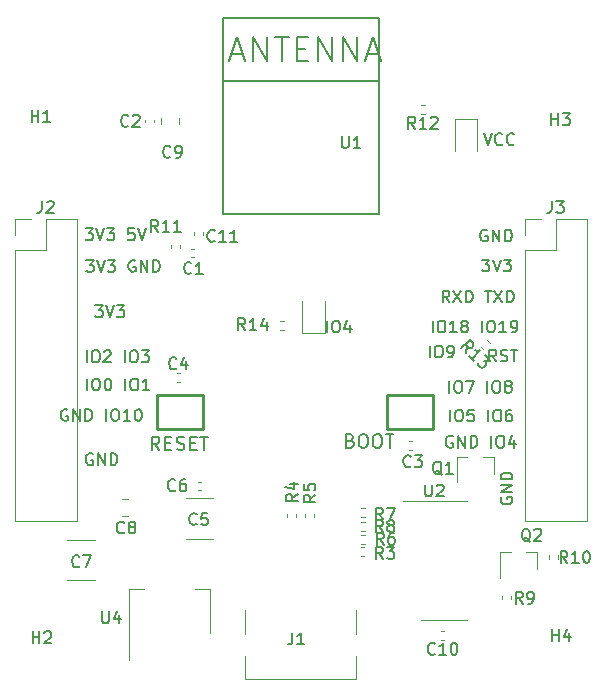
<source format=gbr>
%TF.GenerationSoftware,KiCad,Pcbnew,(5.1.12-1-10_14)*%
%TF.CreationDate,2021-12-26T14:39:33+08:00*%
%TF.ProjectId,esp32-c1_devboard,65737033-322d-4633-915f-646576626f61,rev?*%
%TF.SameCoordinates,Original*%
%TF.FileFunction,Legend,Top*%
%TF.FilePolarity,Positive*%
%FSLAX46Y46*%
G04 Gerber Fmt 4.6, Leading zero omitted, Abs format (unit mm)*
G04 Created by KiCad (PCBNEW (5.1.12-1-10_14)) date 2021-12-26 14:39:33*
%MOMM*%
%LPD*%
G01*
G04 APERTURE LIST*
%ADD10C,0.150000*%
%ADD11C,0.120000*%
%ADD12C,0.254000*%
%ADD13C,0.200000*%
%ADD14C,0.152400*%
%ADD15C,0.203200*%
G04 APERTURE END LIST*
D10*
X141960000Y-85211904D02*
X141912380Y-85307142D01*
X141912380Y-85450000D01*
X141960000Y-85592857D01*
X142055238Y-85688095D01*
X142150476Y-85735714D01*
X142340952Y-85783333D01*
X142483809Y-85783333D01*
X142674285Y-85735714D01*
X142769523Y-85688095D01*
X142864761Y-85592857D01*
X142912380Y-85450000D01*
X142912380Y-85354761D01*
X142864761Y-85211904D01*
X142817142Y-85164285D01*
X142483809Y-85164285D01*
X142483809Y-85354761D01*
X142912380Y-84735714D02*
X141912380Y-84735714D01*
X142912380Y-84164285D01*
X141912380Y-84164285D01*
X142912380Y-83688095D02*
X141912380Y-83688095D01*
X141912380Y-83450000D01*
X141960000Y-83307142D01*
X142055238Y-83211904D01*
X142150476Y-83164285D01*
X142340952Y-83116666D01*
X142483809Y-83116666D01*
X142674285Y-83164285D01*
X142769523Y-83211904D01*
X142864761Y-83307142D01*
X142912380Y-83450000D01*
X142912380Y-83688095D01*
X137849047Y-80050000D02*
X137753809Y-80002380D01*
X137610952Y-80002380D01*
X137468095Y-80050000D01*
X137372857Y-80145238D01*
X137325238Y-80240476D01*
X137277619Y-80430952D01*
X137277619Y-80573809D01*
X137325238Y-80764285D01*
X137372857Y-80859523D01*
X137468095Y-80954761D01*
X137610952Y-81002380D01*
X137706190Y-81002380D01*
X137849047Y-80954761D01*
X137896666Y-80907142D01*
X137896666Y-80573809D01*
X137706190Y-80573809D01*
X138325238Y-81002380D02*
X138325238Y-80002380D01*
X138896666Y-81002380D01*
X138896666Y-80002380D01*
X139372857Y-81002380D02*
X139372857Y-80002380D01*
X139610952Y-80002380D01*
X139753809Y-80050000D01*
X139849047Y-80145238D01*
X139896666Y-80240476D01*
X139944285Y-80430952D01*
X139944285Y-80573809D01*
X139896666Y-80764285D01*
X139849047Y-80859523D01*
X139753809Y-80954761D01*
X139610952Y-81002380D01*
X139372857Y-81002380D01*
X141134761Y-81002380D02*
X141134761Y-80002380D01*
X141801428Y-80002380D02*
X141991904Y-80002380D01*
X142087142Y-80050000D01*
X142182380Y-80145238D01*
X142230000Y-80335714D01*
X142230000Y-80669047D01*
X142182380Y-80859523D01*
X142087142Y-80954761D01*
X141991904Y-81002380D01*
X141801428Y-81002380D01*
X141706190Y-80954761D01*
X141610952Y-80859523D01*
X141563333Y-80669047D01*
X141563333Y-80335714D01*
X141610952Y-80145238D01*
X141706190Y-80050000D01*
X141801428Y-80002380D01*
X143087142Y-80335714D02*
X143087142Y-81002380D01*
X142849047Y-79954761D02*
X142610952Y-80669047D01*
X143230000Y-80669047D01*
X137630952Y-78792380D02*
X137630952Y-77792380D01*
X138297619Y-77792380D02*
X138488095Y-77792380D01*
X138583333Y-77840000D01*
X138678571Y-77935238D01*
X138726190Y-78125714D01*
X138726190Y-78459047D01*
X138678571Y-78649523D01*
X138583333Y-78744761D01*
X138488095Y-78792380D01*
X138297619Y-78792380D01*
X138202380Y-78744761D01*
X138107142Y-78649523D01*
X138059523Y-78459047D01*
X138059523Y-78125714D01*
X138107142Y-77935238D01*
X138202380Y-77840000D01*
X138297619Y-77792380D01*
X139630952Y-77792380D02*
X139154761Y-77792380D01*
X139107142Y-78268571D01*
X139154761Y-78220952D01*
X139250000Y-78173333D01*
X139488095Y-78173333D01*
X139583333Y-78220952D01*
X139630952Y-78268571D01*
X139678571Y-78363809D01*
X139678571Y-78601904D01*
X139630952Y-78697142D01*
X139583333Y-78744761D01*
X139488095Y-78792380D01*
X139250000Y-78792380D01*
X139154761Y-78744761D01*
X139107142Y-78697142D01*
X140869047Y-78792380D02*
X140869047Y-77792380D01*
X141535714Y-77792380D02*
X141726190Y-77792380D01*
X141821428Y-77840000D01*
X141916666Y-77935238D01*
X141964285Y-78125714D01*
X141964285Y-78459047D01*
X141916666Y-78649523D01*
X141821428Y-78744761D01*
X141726190Y-78792380D01*
X141535714Y-78792380D01*
X141440476Y-78744761D01*
X141345238Y-78649523D01*
X141297619Y-78459047D01*
X141297619Y-78125714D01*
X141345238Y-77935238D01*
X141440476Y-77840000D01*
X141535714Y-77792380D01*
X142821428Y-77792380D02*
X142630952Y-77792380D01*
X142535714Y-77840000D01*
X142488095Y-77887619D01*
X142392857Y-78030476D01*
X142345238Y-78220952D01*
X142345238Y-78601904D01*
X142392857Y-78697142D01*
X142440476Y-78744761D01*
X142535714Y-78792380D01*
X142726190Y-78792380D01*
X142821428Y-78744761D01*
X142869047Y-78697142D01*
X142916666Y-78601904D01*
X142916666Y-78363809D01*
X142869047Y-78268571D01*
X142821428Y-78220952D01*
X142726190Y-78173333D01*
X142535714Y-78173333D01*
X142440476Y-78220952D01*
X142392857Y-78268571D01*
X142345238Y-78363809D01*
X137560952Y-76352380D02*
X137560952Y-75352380D01*
X138227619Y-75352380D02*
X138418095Y-75352380D01*
X138513333Y-75400000D01*
X138608571Y-75495238D01*
X138656190Y-75685714D01*
X138656190Y-76019047D01*
X138608571Y-76209523D01*
X138513333Y-76304761D01*
X138418095Y-76352380D01*
X138227619Y-76352380D01*
X138132380Y-76304761D01*
X138037142Y-76209523D01*
X137989523Y-76019047D01*
X137989523Y-75685714D01*
X138037142Y-75495238D01*
X138132380Y-75400000D01*
X138227619Y-75352380D01*
X138989523Y-75352380D02*
X139656190Y-75352380D01*
X139227619Y-76352380D01*
X140799047Y-76352380D02*
X140799047Y-75352380D01*
X141465714Y-75352380D02*
X141656190Y-75352380D01*
X141751428Y-75400000D01*
X141846666Y-75495238D01*
X141894285Y-75685714D01*
X141894285Y-76019047D01*
X141846666Y-76209523D01*
X141751428Y-76304761D01*
X141656190Y-76352380D01*
X141465714Y-76352380D01*
X141370476Y-76304761D01*
X141275238Y-76209523D01*
X141227619Y-76019047D01*
X141227619Y-75685714D01*
X141275238Y-75495238D01*
X141370476Y-75400000D01*
X141465714Y-75352380D01*
X142465714Y-75780952D02*
X142370476Y-75733333D01*
X142322857Y-75685714D01*
X142275238Y-75590476D01*
X142275238Y-75542857D01*
X142322857Y-75447619D01*
X142370476Y-75400000D01*
X142465714Y-75352380D01*
X142656190Y-75352380D01*
X142751428Y-75400000D01*
X142799047Y-75447619D01*
X142846666Y-75542857D01*
X142846666Y-75590476D01*
X142799047Y-75685714D01*
X142751428Y-75733333D01*
X142656190Y-75780952D01*
X142465714Y-75780952D01*
X142370476Y-75828571D01*
X142322857Y-75876190D01*
X142275238Y-75971428D01*
X142275238Y-76161904D01*
X142322857Y-76257142D01*
X142370476Y-76304761D01*
X142465714Y-76352380D01*
X142656190Y-76352380D01*
X142751428Y-76304761D01*
X142799047Y-76257142D01*
X142846666Y-76161904D01*
X142846666Y-75971428D01*
X142799047Y-75876190D01*
X142751428Y-75828571D01*
X142656190Y-75780952D01*
X141532380Y-73702380D02*
X141199047Y-73226190D01*
X140960952Y-73702380D02*
X140960952Y-72702380D01*
X141341904Y-72702380D01*
X141437142Y-72750000D01*
X141484761Y-72797619D01*
X141532380Y-72892857D01*
X141532380Y-73035714D01*
X141484761Y-73130952D01*
X141437142Y-73178571D01*
X141341904Y-73226190D01*
X140960952Y-73226190D01*
X141913333Y-73654761D02*
X142056190Y-73702380D01*
X142294285Y-73702380D01*
X142389523Y-73654761D01*
X142437142Y-73607142D01*
X142484761Y-73511904D01*
X142484761Y-73416666D01*
X142437142Y-73321428D01*
X142389523Y-73273809D01*
X142294285Y-73226190D01*
X142103809Y-73178571D01*
X142008571Y-73130952D01*
X141960952Y-73083333D01*
X141913333Y-72988095D01*
X141913333Y-72892857D01*
X141960952Y-72797619D01*
X142008571Y-72750000D01*
X142103809Y-72702380D01*
X142341904Y-72702380D01*
X142484761Y-72750000D01*
X142770476Y-72702380D02*
X143341904Y-72702380D01*
X143056190Y-73702380D02*
X143056190Y-72702380D01*
X135900000Y-73362380D02*
X135900000Y-72362380D01*
X136566666Y-72362380D02*
X136757142Y-72362380D01*
X136852380Y-72410000D01*
X136947619Y-72505238D01*
X136995238Y-72695714D01*
X136995238Y-73029047D01*
X136947619Y-73219523D01*
X136852380Y-73314761D01*
X136757142Y-73362380D01*
X136566666Y-73362380D01*
X136471428Y-73314761D01*
X136376190Y-73219523D01*
X136328571Y-73029047D01*
X136328571Y-72695714D01*
X136376190Y-72505238D01*
X136471428Y-72410000D01*
X136566666Y-72362380D01*
X137471428Y-73362380D02*
X137661904Y-73362380D01*
X137757142Y-73314761D01*
X137804761Y-73267142D01*
X137900000Y-73124285D01*
X137947619Y-72933809D01*
X137947619Y-72552857D01*
X137900000Y-72457619D01*
X137852380Y-72410000D01*
X137757142Y-72362380D01*
X137566666Y-72362380D01*
X137471428Y-72410000D01*
X137423809Y-72457619D01*
X137376190Y-72552857D01*
X137376190Y-72790952D01*
X137423809Y-72886190D01*
X137471428Y-72933809D01*
X137566666Y-72981428D01*
X137757142Y-72981428D01*
X137852380Y-72933809D01*
X137900000Y-72886190D01*
X137947619Y-72790952D01*
X136148571Y-71252380D02*
X136148571Y-70252380D01*
X136815238Y-70252380D02*
X137005714Y-70252380D01*
X137100952Y-70300000D01*
X137196190Y-70395238D01*
X137243809Y-70585714D01*
X137243809Y-70919047D01*
X137196190Y-71109523D01*
X137100952Y-71204761D01*
X137005714Y-71252380D01*
X136815238Y-71252380D01*
X136720000Y-71204761D01*
X136624761Y-71109523D01*
X136577142Y-70919047D01*
X136577142Y-70585714D01*
X136624761Y-70395238D01*
X136720000Y-70300000D01*
X136815238Y-70252380D01*
X138196190Y-71252380D02*
X137624761Y-71252380D01*
X137910476Y-71252380D02*
X137910476Y-70252380D01*
X137815238Y-70395238D01*
X137720000Y-70490476D01*
X137624761Y-70538095D01*
X138767619Y-70680952D02*
X138672380Y-70633333D01*
X138624761Y-70585714D01*
X138577142Y-70490476D01*
X138577142Y-70442857D01*
X138624761Y-70347619D01*
X138672380Y-70300000D01*
X138767619Y-70252380D01*
X138958095Y-70252380D01*
X139053333Y-70300000D01*
X139100952Y-70347619D01*
X139148571Y-70442857D01*
X139148571Y-70490476D01*
X139100952Y-70585714D01*
X139053333Y-70633333D01*
X138958095Y-70680952D01*
X138767619Y-70680952D01*
X138672380Y-70728571D01*
X138624761Y-70776190D01*
X138577142Y-70871428D01*
X138577142Y-71061904D01*
X138624761Y-71157142D01*
X138672380Y-71204761D01*
X138767619Y-71252380D01*
X138958095Y-71252380D01*
X139053333Y-71204761D01*
X139100952Y-71157142D01*
X139148571Y-71061904D01*
X139148571Y-70871428D01*
X139100952Y-70776190D01*
X139053333Y-70728571D01*
X138958095Y-70680952D01*
X140339047Y-71252380D02*
X140339047Y-70252380D01*
X141005714Y-70252380D02*
X141196190Y-70252380D01*
X141291428Y-70300000D01*
X141386666Y-70395238D01*
X141434285Y-70585714D01*
X141434285Y-70919047D01*
X141386666Y-71109523D01*
X141291428Y-71204761D01*
X141196190Y-71252380D01*
X141005714Y-71252380D01*
X140910476Y-71204761D01*
X140815238Y-71109523D01*
X140767619Y-70919047D01*
X140767619Y-70585714D01*
X140815238Y-70395238D01*
X140910476Y-70300000D01*
X141005714Y-70252380D01*
X142386666Y-71252380D02*
X141815238Y-71252380D01*
X142100952Y-71252380D02*
X142100952Y-70252380D01*
X142005714Y-70395238D01*
X141910476Y-70490476D01*
X141815238Y-70538095D01*
X142862857Y-71252380D02*
X143053333Y-71252380D01*
X143148571Y-71204761D01*
X143196190Y-71157142D01*
X143291428Y-71014285D01*
X143339047Y-70823809D01*
X143339047Y-70442857D01*
X143291428Y-70347619D01*
X143243809Y-70300000D01*
X143148571Y-70252380D01*
X142958095Y-70252380D01*
X142862857Y-70300000D01*
X142815238Y-70347619D01*
X142767619Y-70442857D01*
X142767619Y-70680952D01*
X142815238Y-70776190D01*
X142862857Y-70823809D01*
X142958095Y-70871428D01*
X143148571Y-70871428D01*
X143243809Y-70823809D01*
X143291428Y-70776190D01*
X143339047Y-70680952D01*
X137585238Y-68702380D02*
X137251904Y-68226190D01*
X137013809Y-68702380D02*
X137013809Y-67702380D01*
X137394761Y-67702380D01*
X137490000Y-67750000D01*
X137537619Y-67797619D01*
X137585238Y-67892857D01*
X137585238Y-68035714D01*
X137537619Y-68130952D01*
X137490000Y-68178571D01*
X137394761Y-68226190D01*
X137013809Y-68226190D01*
X137918571Y-67702380D02*
X138585238Y-68702380D01*
X138585238Y-67702380D02*
X137918571Y-68702380D01*
X138966190Y-68702380D02*
X138966190Y-67702380D01*
X139204285Y-67702380D01*
X139347142Y-67750000D01*
X139442380Y-67845238D01*
X139490000Y-67940476D01*
X139537619Y-68130952D01*
X139537619Y-68273809D01*
X139490000Y-68464285D01*
X139442380Y-68559523D01*
X139347142Y-68654761D01*
X139204285Y-68702380D01*
X138966190Y-68702380D01*
X140585238Y-67702380D02*
X141156666Y-67702380D01*
X140870952Y-68702380D02*
X140870952Y-67702380D01*
X141394761Y-67702380D02*
X142061428Y-68702380D01*
X142061428Y-67702380D02*
X141394761Y-68702380D01*
X142442380Y-68702380D02*
X142442380Y-67702380D01*
X142680476Y-67702380D01*
X142823333Y-67750000D01*
X142918571Y-67845238D01*
X142966190Y-67940476D01*
X143013809Y-68130952D01*
X143013809Y-68273809D01*
X142966190Y-68464285D01*
X142918571Y-68559523D01*
X142823333Y-68654761D01*
X142680476Y-68702380D01*
X142442380Y-68702380D01*
X140351904Y-65082380D02*
X140970952Y-65082380D01*
X140637619Y-65463333D01*
X140780476Y-65463333D01*
X140875714Y-65510952D01*
X140923333Y-65558571D01*
X140970952Y-65653809D01*
X140970952Y-65891904D01*
X140923333Y-65987142D01*
X140875714Y-66034761D01*
X140780476Y-66082380D01*
X140494761Y-66082380D01*
X140399523Y-66034761D01*
X140351904Y-65987142D01*
X141256666Y-65082380D02*
X141590000Y-66082380D01*
X141923333Y-65082380D01*
X142161428Y-65082380D02*
X142780476Y-65082380D01*
X142447142Y-65463333D01*
X142590000Y-65463333D01*
X142685238Y-65510952D01*
X142732857Y-65558571D01*
X142780476Y-65653809D01*
X142780476Y-65891904D01*
X142732857Y-65987142D01*
X142685238Y-66034761D01*
X142590000Y-66082380D01*
X142304285Y-66082380D01*
X142209047Y-66034761D01*
X142161428Y-65987142D01*
X140768095Y-62590000D02*
X140672857Y-62542380D01*
X140530000Y-62542380D01*
X140387142Y-62590000D01*
X140291904Y-62685238D01*
X140244285Y-62780476D01*
X140196666Y-62970952D01*
X140196666Y-63113809D01*
X140244285Y-63304285D01*
X140291904Y-63399523D01*
X140387142Y-63494761D01*
X140530000Y-63542380D01*
X140625238Y-63542380D01*
X140768095Y-63494761D01*
X140815714Y-63447142D01*
X140815714Y-63113809D01*
X140625238Y-63113809D01*
X141244285Y-63542380D02*
X141244285Y-62542380D01*
X141815714Y-63542380D01*
X141815714Y-62542380D01*
X142291904Y-63542380D02*
X142291904Y-62542380D01*
X142530000Y-62542380D01*
X142672857Y-62590000D01*
X142768095Y-62685238D01*
X142815714Y-62780476D01*
X142863333Y-62970952D01*
X142863333Y-63113809D01*
X142815714Y-63304285D01*
X142768095Y-63399523D01*
X142672857Y-63494761D01*
X142530000Y-63542380D01*
X142291904Y-63542380D01*
X106786190Y-62442380D02*
X107405238Y-62442380D01*
X107071904Y-62823333D01*
X107214761Y-62823333D01*
X107310000Y-62870952D01*
X107357619Y-62918571D01*
X107405238Y-63013809D01*
X107405238Y-63251904D01*
X107357619Y-63347142D01*
X107310000Y-63394761D01*
X107214761Y-63442380D01*
X106929047Y-63442380D01*
X106833809Y-63394761D01*
X106786190Y-63347142D01*
X107690952Y-62442380D02*
X108024285Y-63442380D01*
X108357619Y-62442380D01*
X108595714Y-62442380D02*
X109214761Y-62442380D01*
X108881428Y-62823333D01*
X109024285Y-62823333D01*
X109119523Y-62870952D01*
X109167142Y-62918571D01*
X109214761Y-63013809D01*
X109214761Y-63251904D01*
X109167142Y-63347142D01*
X109119523Y-63394761D01*
X109024285Y-63442380D01*
X108738571Y-63442380D01*
X108643333Y-63394761D01*
X108595714Y-63347142D01*
X110881428Y-62442380D02*
X110405238Y-62442380D01*
X110357619Y-62918571D01*
X110405238Y-62870952D01*
X110500476Y-62823333D01*
X110738571Y-62823333D01*
X110833809Y-62870952D01*
X110881428Y-62918571D01*
X110929047Y-63013809D01*
X110929047Y-63251904D01*
X110881428Y-63347142D01*
X110833809Y-63394761D01*
X110738571Y-63442380D01*
X110500476Y-63442380D01*
X110405238Y-63394761D01*
X110357619Y-63347142D01*
X111214761Y-62442380D02*
X111548095Y-63442380D01*
X111881428Y-62442380D01*
X106827142Y-65122380D02*
X107446190Y-65122380D01*
X107112857Y-65503333D01*
X107255714Y-65503333D01*
X107350952Y-65550952D01*
X107398571Y-65598571D01*
X107446190Y-65693809D01*
X107446190Y-65931904D01*
X107398571Y-66027142D01*
X107350952Y-66074761D01*
X107255714Y-66122380D01*
X106970000Y-66122380D01*
X106874761Y-66074761D01*
X106827142Y-66027142D01*
X107731904Y-65122380D02*
X108065238Y-66122380D01*
X108398571Y-65122380D01*
X108636666Y-65122380D02*
X109255714Y-65122380D01*
X108922380Y-65503333D01*
X109065238Y-65503333D01*
X109160476Y-65550952D01*
X109208095Y-65598571D01*
X109255714Y-65693809D01*
X109255714Y-65931904D01*
X109208095Y-66027142D01*
X109160476Y-66074761D01*
X109065238Y-66122380D01*
X108779523Y-66122380D01*
X108684285Y-66074761D01*
X108636666Y-66027142D01*
X110970000Y-65170000D02*
X110874761Y-65122380D01*
X110731904Y-65122380D01*
X110589047Y-65170000D01*
X110493809Y-65265238D01*
X110446190Y-65360476D01*
X110398571Y-65550952D01*
X110398571Y-65693809D01*
X110446190Y-65884285D01*
X110493809Y-65979523D01*
X110589047Y-66074761D01*
X110731904Y-66122380D01*
X110827142Y-66122380D01*
X110970000Y-66074761D01*
X111017619Y-66027142D01*
X111017619Y-65693809D01*
X110827142Y-65693809D01*
X111446190Y-66122380D02*
X111446190Y-65122380D01*
X112017619Y-66122380D01*
X112017619Y-65122380D01*
X112493809Y-66122380D02*
X112493809Y-65122380D01*
X112731904Y-65122380D01*
X112874761Y-65170000D01*
X112970000Y-65265238D01*
X113017619Y-65360476D01*
X113065238Y-65550952D01*
X113065238Y-65693809D01*
X113017619Y-65884285D01*
X112970000Y-65979523D01*
X112874761Y-66074761D01*
X112731904Y-66122380D01*
X112493809Y-66122380D01*
X107611904Y-68962380D02*
X108230952Y-68962380D01*
X107897619Y-69343333D01*
X108040476Y-69343333D01*
X108135714Y-69390952D01*
X108183333Y-69438571D01*
X108230952Y-69533809D01*
X108230952Y-69771904D01*
X108183333Y-69867142D01*
X108135714Y-69914761D01*
X108040476Y-69962380D01*
X107754761Y-69962380D01*
X107659523Y-69914761D01*
X107611904Y-69867142D01*
X108516666Y-68962380D02*
X108850000Y-69962380D01*
X109183333Y-68962380D01*
X109421428Y-68962380D02*
X110040476Y-68962380D01*
X109707142Y-69343333D01*
X109850000Y-69343333D01*
X109945238Y-69390952D01*
X109992857Y-69438571D01*
X110040476Y-69533809D01*
X110040476Y-69771904D01*
X109992857Y-69867142D01*
X109945238Y-69914761D01*
X109850000Y-69962380D01*
X109564285Y-69962380D01*
X109469047Y-69914761D01*
X109421428Y-69867142D01*
X106860952Y-73772380D02*
X106860952Y-72772380D01*
X107527619Y-72772380D02*
X107718095Y-72772380D01*
X107813333Y-72820000D01*
X107908571Y-72915238D01*
X107956190Y-73105714D01*
X107956190Y-73439047D01*
X107908571Y-73629523D01*
X107813333Y-73724761D01*
X107718095Y-73772380D01*
X107527619Y-73772380D01*
X107432380Y-73724761D01*
X107337142Y-73629523D01*
X107289523Y-73439047D01*
X107289523Y-73105714D01*
X107337142Y-72915238D01*
X107432380Y-72820000D01*
X107527619Y-72772380D01*
X108337142Y-72867619D02*
X108384761Y-72820000D01*
X108480000Y-72772380D01*
X108718095Y-72772380D01*
X108813333Y-72820000D01*
X108860952Y-72867619D01*
X108908571Y-72962857D01*
X108908571Y-73058095D01*
X108860952Y-73200952D01*
X108289523Y-73772380D01*
X108908571Y-73772380D01*
X110099047Y-73772380D02*
X110099047Y-72772380D01*
X110765714Y-72772380D02*
X110956190Y-72772380D01*
X111051428Y-72820000D01*
X111146666Y-72915238D01*
X111194285Y-73105714D01*
X111194285Y-73439047D01*
X111146666Y-73629523D01*
X111051428Y-73724761D01*
X110956190Y-73772380D01*
X110765714Y-73772380D01*
X110670476Y-73724761D01*
X110575238Y-73629523D01*
X110527619Y-73439047D01*
X110527619Y-73105714D01*
X110575238Y-72915238D01*
X110670476Y-72820000D01*
X110765714Y-72772380D01*
X111527619Y-72772380D02*
X112146666Y-72772380D01*
X111813333Y-73153333D01*
X111956190Y-73153333D01*
X112051428Y-73200952D01*
X112099047Y-73248571D01*
X112146666Y-73343809D01*
X112146666Y-73581904D01*
X112099047Y-73677142D01*
X112051428Y-73724761D01*
X111956190Y-73772380D01*
X111670476Y-73772380D01*
X111575238Y-73724761D01*
X111527619Y-73677142D01*
X106900952Y-76162380D02*
X106900952Y-75162380D01*
X107567619Y-75162380D02*
X107758095Y-75162380D01*
X107853333Y-75210000D01*
X107948571Y-75305238D01*
X107996190Y-75495714D01*
X107996190Y-75829047D01*
X107948571Y-76019523D01*
X107853333Y-76114761D01*
X107758095Y-76162380D01*
X107567619Y-76162380D01*
X107472380Y-76114761D01*
X107377142Y-76019523D01*
X107329523Y-75829047D01*
X107329523Y-75495714D01*
X107377142Y-75305238D01*
X107472380Y-75210000D01*
X107567619Y-75162380D01*
X108615238Y-75162380D02*
X108710476Y-75162380D01*
X108805714Y-75210000D01*
X108853333Y-75257619D01*
X108900952Y-75352857D01*
X108948571Y-75543333D01*
X108948571Y-75781428D01*
X108900952Y-75971904D01*
X108853333Y-76067142D01*
X108805714Y-76114761D01*
X108710476Y-76162380D01*
X108615238Y-76162380D01*
X108520000Y-76114761D01*
X108472380Y-76067142D01*
X108424761Y-75971904D01*
X108377142Y-75781428D01*
X108377142Y-75543333D01*
X108424761Y-75352857D01*
X108472380Y-75257619D01*
X108520000Y-75210000D01*
X108615238Y-75162380D01*
X110139047Y-76162380D02*
X110139047Y-75162380D01*
X110805714Y-75162380D02*
X110996190Y-75162380D01*
X111091428Y-75210000D01*
X111186666Y-75305238D01*
X111234285Y-75495714D01*
X111234285Y-75829047D01*
X111186666Y-76019523D01*
X111091428Y-76114761D01*
X110996190Y-76162380D01*
X110805714Y-76162380D01*
X110710476Y-76114761D01*
X110615238Y-76019523D01*
X110567619Y-75829047D01*
X110567619Y-75495714D01*
X110615238Y-75305238D01*
X110710476Y-75210000D01*
X110805714Y-75162380D01*
X112186666Y-76162380D02*
X111615238Y-76162380D01*
X111900952Y-76162380D02*
X111900952Y-75162380D01*
X111805714Y-75305238D01*
X111710476Y-75400476D01*
X111615238Y-75448095D01*
X107368095Y-81530000D02*
X107272857Y-81482380D01*
X107130000Y-81482380D01*
X106987142Y-81530000D01*
X106891904Y-81625238D01*
X106844285Y-81720476D01*
X106796666Y-81910952D01*
X106796666Y-82053809D01*
X106844285Y-82244285D01*
X106891904Y-82339523D01*
X106987142Y-82434761D01*
X107130000Y-82482380D01*
X107225238Y-82482380D01*
X107368095Y-82434761D01*
X107415714Y-82387142D01*
X107415714Y-82053809D01*
X107225238Y-82053809D01*
X107844285Y-82482380D02*
X107844285Y-81482380D01*
X108415714Y-82482380D01*
X108415714Y-81482380D01*
X108891904Y-82482380D02*
X108891904Y-81482380D01*
X109130000Y-81482380D01*
X109272857Y-81530000D01*
X109368095Y-81625238D01*
X109415714Y-81720476D01*
X109463333Y-81910952D01*
X109463333Y-82053809D01*
X109415714Y-82244285D01*
X109368095Y-82339523D01*
X109272857Y-82434761D01*
X109130000Y-82482380D01*
X108891904Y-82482380D01*
X105232857Y-77790000D02*
X105137619Y-77742380D01*
X104994761Y-77742380D01*
X104851904Y-77790000D01*
X104756666Y-77885238D01*
X104709047Y-77980476D01*
X104661428Y-78170952D01*
X104661428Y-78313809D01*
X104709047Y-78504285D01*
X104756666Y-78599523D01*
X104851904Y-78694761D01*
X104994761Y-78742380D01*
X105090000Y-78742380D01*
X105232857Y-78694761D01*
X105280476Y-78647142D01*
X105280476Y-78313809D01*
X105090000Y-78313809D01*
X105709047Y-78742380D02*
X105709047Y-77742380D01*
X106280476Y-78742380D01*
X106280476Y-77742380D01*
X106756666Y-78742380D02*
X106756666Y-77742380D01*
X106994761Y-77742380D01*
X107137619Y-77790000D01*
X107232857Y-77885238D01*
X107280476Y-77980476D01*
X107328095Y-78170952D01*
X107328095Y-78313809D01*
X107280476Y-78504285D01*
X107232857Y-78599523D01*
X107137619Y-78694761D01*
X106994761Y-78742380D01*
X106756666Y-78742380D01*
X108518571Y-78742380D02*
X108518571Y-77742380D01*
X109185238Y-77742380D02*
X109375714Y-77742380D01*
X109470952Y-77790000D01*
X109566190Y-77885238D01*
X109613809Y-78075714D01*
X109613809Y-78409047D01*
X109566190Y-78599523D01*
X109470952Y-78694761D01*
X109375714Y-78742380D01*
X109185238Y-78742380D01*
X109090000Y-78694761D01*
X108994761Y-78599523D01*
X108947142Y-78409047D01*
X108947142Y-78075714D01*
X108994761Y-77885238D01*
X109090000Y-77790000D01*
X109185238Y-77742380D01*
X110566190Y-78742380D02*
X109994761Y-78742380D01*
X110280476Y-78742380D02*
X110280476Y-77742380D01*
X110185238Y-77885238D01*
X110090000Y-77980476D01*
X109994761Y-78028095D01*
X111185238Y-77742380D02*
X111280476Y-77742380D01*
X111375714Y-77790000D01*
X111423333Y-77837619D01*
X111470952Y-77932857D01*
X111518571Y-78123333D01*
X111518571Y-78361428D01*
X111470952Y-78551904D01*
X111423333Y-78647142D01*
X111375714Y-78694761D01*
X111280476Y-78742380D01*
X111185238Y-78742380D01*
X111090000Y-78694761D01*
X111042380Y-78647142D01*
X110994761Y-78551904D01*
X110947142Y-78361428D01*
X110947142Y-78123333D01*
X110994761Y-77932857D01*
X111042380Y-77837619D01*
X111090000Y-77790000D01*
X111185238Y-77742380D01*
D11*
%TO.C,R14*%
X123226359Y-70270000D02*
X123533641Y-70270000D01*
X123226359Y-71030000D02*
X123533641Y-71030000D01*
%TO.C,R12*%
X135473641Y-52760000D02*
X135166359Y-52760000D01*
X135473641Y-52000000D02*
X135166359Y-52000000D01*
%TO.C,IO4*%
X125130000Y-68620000D02*
X125130000Y-71305000D01*
X125130000Y-71305000D02*
X127050000Y-71305000D01*
X127050000Y-71305000D02*
X127050000Y-68620000D01*
%TO.C,VCC*%
X139950000Y-55860000D02*
X139950000Y-53175000D01*
X139950000Y-53175000D02*
X138030000Y-53175000D01*
X138030000Y-53175000D02*
X138030000Y-55860000D01*
%TO.C,C7*%
X107541252Y-88810000D02*
X105218748Y-88810000D01*
X107541252Y-92230000D02*
X105218748Y-92230000D01*
%TO.C,C5*%
X117601252Y-85290000D02*
X115278748Y-85290000D01*
X117601252Y-88710000D02*
X115278748Y-88710000D01*
D12*
%TO.C,RESET*%
X113914274Y-79459992D02*
X115614296Y-79459992D01*
X112820042Y-79449832D02*
X112820042Y-76549914D01*
X116719958Y-79449832D02*
X112820042Y-79449832D01*
X116719958Y-76549914D02*
X116719958Y-79449832D01*
X112820042Y-76549914D02*
X116719958Y-76549914D01*
%TO.C,BOOT*%
X133384274Y-79459992D02*
X135084296Y-79459992D01*
X132290042Y-79449832D02*
X132290042Y-76549914D01*
X136189958Y-79449832D02*
X132290042Y-79449832D01*
X136189958Y-76549914D02*
X136189958Y-79449832D01*
X132290042Y-76549914D02*
X136189958Y-76549914D01*
D11*
%TO.C,J3*%
X143990000Y-87190000D02*
X149190000Y-87190000D01*
X143990000Y-64270000D02*
X143990000Y-87190000D01*
X149190000Y-61670000D02*
X149190000Y-87190000D01*
X143990000Y-64270000D02*
X146590000Y-64270000D01*
X146590000Y-64270000D02*
X146590000Y-61670000D01*
X146590000Y-61670000D02*
X149190000Y-61670000D01*
X143990000Y-63000000D02*
X143990000Y-61670000D01*
X143990000Y-61670000D02*
X145320000Y-61670000D01*
%TO.C,J2*%
X100810000Y-87190000D02*
X106010000Y-87190000D01*
X100810000Y-64270000D02*
X100810000Y-87190000D01*
X106010000Y-61670000D02*
X106010000Y-87190000D01*
X100810000Y-64270000D02*
X103410000Y-64270000D01*
X103410000Y-64270000D02*
X103410000Y-61670000D01*
X103410000Y-61670000D02*
X106010000Y-61670000D01*
X100810000Y-63000000D02*
X100810000Y-61670000D01*
X100810000Y-61670000D02*
X102140000Y-61670000D01*
%TO.C,U4*%
X110450000Y-98960000D02*
X110450000Y-92950000D01*
X117270000Y-96710000D02*
X117270000Y-92950000D01*
X110450000Y-92950000D02*
X111710000Y-92950000D01*
X117270000Y-92950000D02*
X116010000Y-92950000D01*
%TO.C,U2*%
X137120000Y-85520000D02*
X133670000Y-85520000D01*
X137120000Y-85520000D02*
X139070000Y-85520000D01*
X137120000Y-95640000D02*
X135170000Y-95640000D01*
X137120000Y-95640000D02*
X139070000Y-95640000D01*
D13*
%TO.C,U1*%
X131600012Y-61199989D02*
X131600012Y-44599997D01*
X118399988Y-61199989D02*
X118399988Y-44599997D01*
X131600012Y-44599997D02*
X118399988Y-44599997D01*
X118399988Y-50000011D02*
X131600012Y-50000011D01*
X118399988Y-61199989D02*
X131600012Y-61199989D01*
D11*
%TO.C,R13*%
X140977341Y-72149940D02*
X140760060Y-71932659D01*
X140439940Y-72687341D02*
X140222659Y-72470060D01*
%TO.C,R11*%
X114750000Y-64143641D02*
X114750000Y-63836359D01*
X113990000Y-64143641D02*
X113990000Y-63836359D01*
%TO.C,R10*%
X146030000Y-90126359D02*
X146030000Y-90433641D01*
X146790000Y-90126359D02*
X146790000Y-90433641D01*
%TO.C,R9*%
X142050000Y-93526359D02*
X142050000Y-93833641D01*
X142810000Y-93526359D02*
X142810000Y-93833641D01*
%TO.C,R8*%
X130413641Y-87290000D02*
X130106359Y-87290000D01*
X130413641Y-88050000D02*
X130106359Y-88050000D01*
%TO.C,R7*%
X130393641Y-86130000D02*
X130086359Y-86130000D01*
X130393641Y-86890000D02*
X130086359Y-86890000D01*
%TO.C,R6*%
X130086359Y-89150000D02*
X130393641Y-89150000D01*
X130086359Y-88390000D02*
X130393641Y-88390000D01*
%TO.C,R5*%
X126130000Y-86903641D02*
X126130000Y-86596359D01*
X125370000Y-86903641D02*
X125370000Y-86596359D01*
%TO.C,R4*%
X124630000Y-86903641D02*
X124630000Y-86596359D01*
X123870000Y-86903641D02*
X123870000Y-86596359D01*
%TO.C,R3*%
X130066359Y-90190000D02*
X130373641Y-90190000D01*
X130066359Y-89430000D02*
X130373641Y-89430000D01*
%TO.C,Q2*%
X144990000Y-89850000D02*
X144990000Y-91310000D01*
X141830000Y-89850000D02*
X141830000Y-92010000D01*
X141830000Y-89850000D02*
X142760000Y-89850000D01*
X144990000Y-89850000D02*
X144060000Y-89850000D01*
%TO.C,Q1*%
X141340000Y-81790000D02*
X141340000Y-83250000D01*
X138180000Y-81790000D02*
X138180000Y-83950000D01*
X138180000Y-81790000D02*
X139110000Y-81790000D01*
X141340000Y-81790000D02*
X140410000Y-81790000D01*
%TO.C,J1*%
X120300000Y-98670000D02*
X120300000Y-100570000D01*
X120300000Y-94770000D02*
X120300000Y-96770000D01*
X129700000Y-98670000D02*
X129700000Y-100570000D01*
X129700000Y-94770000D02*
X129700000Y-96770000D01*
X120300000Y-100570000D02*
X129700000Y-100570000D01*
%TO.C,C11*%
X115970000Y-62752164D02*
X115970000Y-62967836D01*
X116690000Y-62752164D02*
X116690000Y-62967836D01*
%TO.C,C10*%
X137097836Y-96560000D02*
X136882164Y-96560000D01*
X137097836Y-97280000D02*
X136882164Y-97280000D01*
%TO.C,C9*%
X114655000Y-53601252D02*
X114655000Y-53078748D01*
X113185000Y-53601252D02*
X113185000Y-53078748D01*
%TO.C,C8*%
X109828748Y-86815000D02*
X110351252Y-86815000D01*
X109828748Y-85345000D02*
X110351252Y-85345000D01*
%TO.C,C6*%
X116527836Y-83910000D02*
X116312164Y-83910000D01*
X116527836Y-84630000D02*
X116312164Y-84630000D01*
%TO.C,C4*%
X114512164Y-75440000D02*
X114727836Y-75440000D01*
X114512164Y-74720000D02*
X114727836Y-74720000D01*
%TO.C,C3*%
X134192164Y-81180000D02*
X134407836Y-81180000D01*
X134192164Y-80460000D02*
X134407836Y-80460000D01*
%TO.C,C2*%
X112560000Y-53457836D02*
X112560000Y-53242164D01*
X111840000Y-53457836D02*
X111840000Y-53242164D01*
%TO.C,C1*%
X115702164Y-64890000D02*
X115917836Y-64890000D01*
X115702164Y-64170000D02*
X115917836Y-64170000D01*
%TO.C,R14*%
D10*
X120287142Y-71042380D02*
X119953809Y-70566190D01*
X119715714Y-71042380D02*
X119715714Y-70042380D01*
X120096666Y-70042380D01*
X120191904Y-70090000D01*
X120239523Y-70137619D01*
X120287142Y-70232857D01*
X120287142Y-70375714D01*
X120239523Y-70470952D01*
X120191904Y-70518571D01*
X120096666Y-70566190D01*
X119715714Y-70566190D01*
X121239523Y-71042380D02*
X120668095Y-71042380D01*
X120953809Y-71042380D02*
X120953809Y-70042380D01*
X120858571Y-70185238D01*
X120763333Y-70280476D01*
X120668095Y-70328095D01*
X122096666Y-70375714D02*
X122096666Y-71042380D01*
X121858571Y-69994761D02*
X121620476Y-70709047D01*
X122239523Y-70709047D01*
%TO.C,R12*%
X134677142Y-54002380D02*
X134343809Y-53526190D01*
X134105714Y-54002380D02*
X134105714Y-53002380D01*
X134486666Y-53002380D01*
X134581904Y-53050000D01*
X134629523Y-53097619D01*
X134677142Y-53192857D01*
X134677142Y-53335714D01*
X134629523Y-53430952D01*
X134581904Y-53478571D01*
X134486666Y-53526190D01*
X134105714Y-53526190D01*
X135629523Y-54002380D02*
X135058095Y-54002380D01*
X135343809Y-54002380D02*
X135343809Y-53002380D01*
X135248571Y-53145238D01*
X135153333Y-53240476D01*
X135058095Y-53288095D01*
X136010476Y-53097619D02*
X136058095Y-53050000D01*
X136153333Y-53002380D01*
X136391428Y-53002380D01*
X136486666Y-53050000D01*
X136534285Y-53097619D01*
X136581904Y-53192857D01*
X136581904Y-53288095D01*
X136534285Y-53430952D01*
X135962857Y-54002380D01*
X136581904Y-54002380D01*
%TO.C,IO4*%
X127210000Y-71252380D02*
X127210000Y-70252380D01*
X127876666Y-70252380D02*
X128067142Y-70252380D01*
X128162380Y-70300000D01*
X128257619Y-70395238D01*
X128305238Y-70585714D01*
X128305238Y-70919047D01*
X128257619Y-71109523D01*
X128162380Y-71204761D01*
X128067142Y-71252380D01*
X127876666Y-71252380D01*
X127781428Y-71204761D01*
X127686190Y-71109523D01*
X127638571Y-70919047D01*
X127638571Y-70585714D01*
X127686190Y-70395238D01*
X127781428Y-70300000D01*
X127876666Y-70252380D01*
X129162380Y-70585714D02*
X129162380Y-71252380D01*
X128924285Y-70204761D02*
X128686190Y-70919047D01*
X129305238Y-70919047D01*
%TO.C,VCC*%
X140476666Y-54392380D02*
X140810000Y-55392380D01*
X141143333Y-54392380D01*
X142048095Y-55297142D02*
X142000476Y-55344761D01*
X141857619Y-55392380D01*
X141762380Y-55392380D01*
X141619523Y-55344761D01*
X141524285Y-55249523D01*
X141476666Y-55154285D01*
X141429047Y-54963809D01*
X141429047Y-54820952D01*
X141476666Y-54630476D01*
X141524285Y-54535238D01*
X141619523Y-54440000D01*
X141762380Y-54392380D01*
X141857619Y-54392380D01*
X142000476Y-54440000D01*
X142048095Y-54487619D01*
X143048095Y-55297142D02*
X143000476Y-55344761D01*
X142857619Y-55392380D01*
X142762380Y-55392380D01*
X142619523Y-55344761D01*
X142524285Y-55249523D01*
X142476666Y-55154285D01*
X142429047Y-54963809D01*
X142429047Y-54820952D01*
X142476666Y-54630476D01*
X142524285Y-54535238D01*
X142619523Y-54440000D01*
X142762380Y-54392380D01*
X142857619Y-54392380D01*
X143000476Y-54440000D01*
X143048095Y-54487619D01*
%TO.C,C7*%
X106243333Y-91037142D02*
X106195714Y-91084761D01*
X106052857Y-91132380D01*
X105957619Y-91132380D01*
X105814761Y-91084761D01*
X105719523Y-90989523D01*
X105671904Y-90894285D01*
X105624285Y-90703809D01*
X105624285Y-90560952D01*
X105671904Y-90370476D01*
X105719523Y-90275238D01*
X105814761Y-90180000D01*
X105957619Y-90132380D01*
X106052857Y-90132380D01*
X106195714Y-90180000D01*
X106243333Y-90227619D01*
X106576666Y-90132380D02*
X107243333Y-90132380D01*
X106814761Y-91132380D01*
%TO.C,C5*%
X116173333Y-87457142D02*
X116125714Y-87504761D01*
X115982857Y-87552380D01*
X115887619Y-87552380D01*
X115744761Y-87504761D01*
X115649523Y-87409523D01*
X115601904Y-87314285D01*
X115554285Y-87123809D01*
X115554285Y-86980952D01*
X115601904Y-86790476D01*
X115649523Y-86695238D01*
X115744761Y-86600000D01*
X115887619Y-86552380D01*
X115982857Y-86552380D01*
X116125714Y-86600000D01*
X116173333Y-86647619D01*
X117078095Y-86552380D02*
X116601904Y-86552380D01*
X116554285Y-87028571D01*
X116601904Y-86980952D01*
X116697142Y-86933333D01*
X116935238Y-86933333D01*
X117030476Y-86980952D01*
X117078095Y-87028571D01*
X117125714Y-87123809D01*
X117125714Y-87361904D01*
X117078095Y-87457142D01*
X117030476Y-87504761D01*
X116935238Y-87552380D01*
X116697142Y-87552380D01*
X116601904Y-87504761D01*
X116554285Y-87457142D01*
%TO.C,RESET*%
D14*
X113014345Y-81207071D02*
X112633345Y-80662785D01*
X112361202Y-81207071D02*
X112361202Y-80064071D01*
X112796631Y-80064071D01*
X112905488Y-80118500D01*
X112959917Y-80172928D01*
X113014345Y-80281785D01*
X113014345Y-80445071D01*
X112959917Y-80553928D01*
X112905488Y-80608357D01*
X112796631Y-80662785D01*
X112361202Y-80662785D01*
X113504202Y-80608357D02*
X113885202Y-80608357D01*
X114048488Y-81207071D02*
X113504202Y-81207071D01*
X113504202Y-80064071D01*
X114048488Y-80064071D01*
X114483917Y-81152642D02*
X114647202Y-81207071D01*
X114919345Y-81207071D01*
X115028202Y-81152642D01*
X115082631Y-81098214D01*
X115137060Y-80989357D01*
X115137060Y-80880500D01*
X115082631Y-80771642D01*
X115028202Y-80717214D01*
X114919345Y-80662785D01*
X114701631Y-80608357D01*
X114592774Y-80553928D01*
X114538345Y-80499500D01*
X114483917Y-80390642D01*
X114483917Y-80281785D01*
X114538345Y-80172928D01*
X114592774Y-80118500D01*
X114701631Y-80064071D01*
X114973774Y-80064071D01*
X115137060Y-80118500D01*
X115626917Y-80608357D02*
X116007917Y-80608357D01*
X116171202Y-81207071D02*
X115626917Y-81207071D01*
X115626917Y-80064071D01*
X116171202Y-80064071D01*
X116497774Y-80064071D02*
X117150917Y-80064071D01*
X116824345Y-81207071D02*
X116824345Y-80064071D01*
%TO.C,BOOT*%
X129192202Y-80408357D02*
X129355488Y-80462785D01*
X129409917Y-80517214D01*
X129464345Y-80626071D01*
X129464345Y-80789357D01*
X129409917Y-80898214D01*
X129355488Y-80952642D01*
X129246631Y-81007071D01*
X128811202Y-81007071D01*
X128811202Y-79864071D01*
X129192202Y-79864071D01*
X129301060Y-79918500D01*
X129355488Y-79972928D01*
X129409917Y-80081785D01*
X129409917Y-80190642D01*
X129355488Y-80299500D01*
X129301060Y-80353928D01*
X129192202Y-80408357D01*
X128811202Y-80408357D01*
X130171917Y-79864071D02*
X130389631Y-79864071D01*
X130498488Y-79918500D01*
X130607345Y-80027357D01*
X130661774Y-80245071D01*
X130661774Y-80626071D01*
X130607345Y-80843785D01*
X130498488Y-80952642D01*
X130389631Y-81007071D01*
X130171917Y-81007071D01*
X130063060Y-80952642D01*
X129954202Y-80843785D01*
X129899774Y-80626071D01*
X129899774Y-80245071D01*
X129954202Y-80027357D01*
X130063060Y-79918500D01*
X130171917Y-79864071D01*
X131369345Y-79864071D02*
X131587060Y-79864071D01*
X131695917Y-79918500D01*
X131804774Y-80027357D01*
X131859202Y-80245071D01*
X131859202Y-80626071D01*
X131804774Y-80843785D01*
X131695917Y-80952642D01*
X131587060Y-81007071D01*
X131369345Y-81007071D01*
X131260488Y-80952642D01*
X131151631Y-80843785D01*
X131097202Y-80626071D01*
X131097202Y-80245071D01*
X131151631Y-80027357D01*
X131260488Y-79918500D01*
X131369345Y-79864071D01*
X132185774Y-79864071D02*
X132838917Y-79864071D01*
X132512345Y-81007071D02*
X132512345Y-79864071D01*
%TO.C,J3*%
D10*
X146256666Y-60122380D02*
X146256666Y-60836666D01*
X146209047Y-60979523D01*
X146113809Y-61074761D01*
X145970952Y-61122380D01*
X145875714Y-61122380D01*
X146637619Y-60122380D02*
X147256666Y-60122380D01*
X146923333Y-60503333D01*
X147066190Y-60503333D01*
X147161428Y-60550952D01*
X147209047Y-60598571D01*
X147256666Y-60693809D01*
X147256666Y-60931904D01*
X147209047Y-61027142D01*
X147161428Y-61074761D01*
X147066190Y-61122380D01*
X146780476Y-61122380D01*
X146685238Y-61074761D01*
X146637619Y-61027142D01*
%TO.C,J2*%
X103076666Y-60122380D02*
X103076666Y-60836666D01*
X103029047Y-60979523D01*
X102933809Y-61074761D01*
X102790952Y-61122380D01*
X102695714Y-61122380D01*
X103505238Y-60217619D02*
X103552857Y-60170000D01*
X103648095Y-60122380D01*
X103886190Y-60122380D01*
X103981428Y-60170000D01*
X104029047Y-60217619D01*
X104076666Y-60312857D01*
X104076666Y-60408095D01*
X104029047Y-60550952D01*
X103457619Y-61122380D01*
X104076666Y-61122380D01*
%TO.C,H4*%
X146268095Y-97402380D02*
X146268095Y-96402380D01*
X146268095Y-96878571D02*
X146839523Y-96878571D01*
X146839523Y-97402380D02*
X146839523Y-96402380D01*
X147744285Y-96735714D02*
X147744285Y-97402380D01*
X147506190Y-96354761D02*
X147268095Y-97069047D01*
X147887142Y-97069047D01*
%TO.C,H3*%
X146218095Y-53712380D02*
X146218095Y-52712380D01*
X146218095Y-53188571D02*
X146789523Y-53188571D01*
X146789523Y-53712380D02*
X146789523Y-52712380D01*
X147170476Y-52712380D02*
X147789523Y-52712380D01*
X147456190Y-53093333D01*
X147599047Y-53093333D01*
X147694285Y-53140952D01*
X147741904Y-53188571D01*
X147789523Y-53283809D01*
X147789523Y-53521904D01*
X147741904Y-53617142D01*
X147694285Y-53664761D01*
X147599047Y-53712380D01*
X147313333Y-53712380D01*
X147218095Y-53664761D01*
X147170476Y-53617142D01*
%TO.C,H2*%
X102288095Y-97572380D02*
X102288095Y-96572380D01*
X102288095Y-97048571D02*
X102859523Y-97048571D01*
X102859523Y-97572380D02*
X102859523Y-96572380D01*
X103288095Y-96667619D02*
X103335714Y-96620000D01*
X103430952Y-96572380D01*
X103669047Y-96572380D01*
X103764285Y-96620000D01*
X103811904Y-96667619D01*
X103859523Y-96762857D01*
X103859523Y-96858095D01*
X103811904Y-97000952D01*
X103240476Y-97572380D01*
X103859523Y-97572380D01*
%TO.C,H1*%
X102208095Y-53422380D02*
X102208095Y-52422380D01*
X102208095Y-52898571D02*
X102779523Y-52898571D01*
X102779523Y-53422380D02*
X102779523Y-52422380D01*
X103779523Y-53422380D02*
X103208095Y-53422380D01*
X103493809Y-53422380D02*
X103493809Y-52422380D01*
X103398571Y-52565238D01*
X103303333Y-52660476D01*
X103208095Y-52708095D01*
%TO.C,U4*%
X108168095Y-94872380D02*
X108168095Y-95681904D01*
X108215714Y-95777142D01*
X108263333Y-95824761D01*
X108358571Y-95872380D01*
X108549047Y-95872380D01*
X108644285Y-95824761D01*
X108691904Y-95777142D01*
X108739523Y-95681904D01*
X108739523Y-94872380D01*
X109644285Y-95205714D02*
X109644285Y-95872380D01*
X109406190Y-94824761D02*
X109168095Y-95539047D01*
X109787142Y-95539047D01*
%TO.C,U2*%
X135508095Y-84132380D02*
X135508095Y-84941904D01*
X135555714Y-85037142D01*
X135603333Y-85084761D01*
X135698571Y-85132380D01*
X135889047Y-85132380D01*
X135984285Y-85084761D01*
X136031904Y-85037142D01*
X136079523Y-84941904D01*
X136079523Y-84132380D01*
X136508095Y-84227619D02*
X136555714Y-84180000D01*
X136650952Y-84132380D01*
X136889047Y-84132380D01*
X136984285Y-84180000D01*
X137031904Y-84227619D01*
X137079523Y-84322857D01*
X137079523Y-84418095D01*
X137031904Y-84560952D01*
X136460476Y-85132380D01*
X137079523Y-85132380D01*
%TO.C,U1*%
X128478095Y-54632380D02*
X128478095Y-55441904D01*
X128525714Y-55537142D01*
X128573333Y-55584761D01*
X128668571Y-55632380D01*
X128859047Y-55632380D01*
X128954285Y-55584761D01*
X129001904Y-55537142D01*
X129049523Y-55441904D01*
X129049523Y-54632380D01*
X130049523Y-55632380D02*
X129478095Y-55632380D01*
X129763809Y-55632380D02*
X129763809Y-54632380D01*
X129668571Y-54775238D01*
X129573333Y-54870476D01*
X129478095Y-54918095D01*
D15*
X119119089Y-47714654D02*
X120086708Y-47714654D01*
X118925565Y-48295226D02*
X119602899Y-46263226D01*
X120280232Y-48295226D01*
X120957565Y-48295226D02*
X120957565Y-46263226D01*
X122118708Y-48295226D01*
X122118708Y-46263226D01*
X122796042Y-46263226D02*
X123957184Y-46263226D01*
X123376613Y-48295226D02*
X123376613Y-46263226D01*
X124634518Y-47230845D02*
X125311851Y-47230845D01*
X125602137Y-48295226D02*
X124634518Y-48295226D01*
X124634518Y-46263226D01*
X125602137Y-46263226D01*
X126472994Y-48295226D02*
X126472994Y-46263226D01*
X127634137Y-48295226D01*
X127634137Y-46263226D01*
X128601756Y-48295226D02*
X128601756Y-46263226D01*
X129762899Y-48295226D01*
X129762899Y-46263226D01*
X130633756Y-47714654D02*
X131601375Y-47714654D01*
X130440232Y-48295226D02*
X131117565Y-46263226D01*
X131794899Y-48295226D01*
%TO.C,R13*%
D10*
X138998234Y-73002627D02*
X139099249Y-72430208D01*
X138594173Y-72598566D02*
X139301280Y-71891460D01*
X139570654Y-72160834D01*
X139604326Y-72261849D01*
X139604326Y-72329192D01*
X139570654Y-72430208D01*
X139469639Y-72531223D01*
X139368623Y-72564895D01*
X139301280Y-72564895D01*
X139200265Y-72531223D01*
X138930891Y-72261849D01*
X139671669Y-73676063D02*
X139267608Y-73272002D01*
X139469639Y-73474032D02*
X140176746Y-72766925D01*
X140008387Y-72800597D01*
X139873700Y-72800597D01*
X139772685Y-72766925D01*
X140614478Y-73204658D02*
X141052211Y-73642391D01*
X140547135Y-73676063D01*
X140648150Y-73777078D01*
X140681822Y-73878093D01*
X140681822Y-73945437D01*
X140648150Y-74046452D01*
X140479791Y-74214811D01*
X140378776Y-74248482D01*
X140311433Y-74248482D01*
X140210417Y-74214811D01*
X140008387Y-74012780D01*
X139974715Y-73911765D01*
X139974715Y-73844421D01*
%TO.C,R11*%
X112917142Y-62732380D02*
X112583809Y-62256190D01*
X112345714Y-62732380D02*
X112345714Y-61732380D01*
X112726666Y-61732380D01*
X112821904Y-61780000D01*
X112869523Y-61827619D01*
X112917142Y-61922857D01*
X112917142Y-62065714D01*
X112869523Y-62160952D01*
X112821904Y-62208571D01*
X112726666Y-62256190D01*
X112345714Y-62256190D01*
X113869523Y-62732380D02*
X113298095Y-62732380D01*
X113583809Y-62732380D02*
X113583809Y-61732380D01*
X113488571Y-61875238D01*
X113393333Y-61970476D01*
X113298095Y-62018095D01*
X114821904Y-62732380D02*
X114250476Y-62732380D01*
X114536190Y-62732380D02*
X114536190Y-61732380D01*
X114440952Y-61875238D01*
X114345714Y-61970476D01*
X114250476Y-62018095D01*
%TO.C,R10*%
X147567142Y-90752380D02*
X147233809Y-90276190D01*
X146995714Y-90752380D02*
X146995714Y-89752380D01*
X147376666Y-89752380D01*
X147471904Y-89800000D01*
X147519523Y-89847619D01*
X147567142Y-89942857D01*
X147567142Y-90085714D01*
X147519523Y-90180952D01*
X147471904Y-90228571D01*
X147376666Y-90276190D01*
X146995714Y-90276190D01*
X148519523Y-90752380D02*
X147948095Y-90752380D01*
X148233809Y-90752380D02*
X148233809Y-89752380D01*
X148138571Y-89895238D01*
X148043333Y-89990476D01*
X147948095Y-90038095D01*
X149138571Y-89752380D02*
X149233809Y-89752380D01*
X149329047Y-89800000D01*
X149376666Y-89847619D01*
X149424285Y-89942857D01*
X149471904Y-90133333D01*
X149471904Y-90371428D01*
X149424285Y-90561904D01*
X149376666Y-90657142D01*
X149329047Y-90704761D01*
X149233809Y-90752380D01*
X149138571Y-90752380D01*
X149043333Y-90704761D01*
X148995714Y-90657142D01*
X148948095Y-90561904D01*
X148900476Y-90371428D01*
X148900476Y-90133333D01*
X148948095Y-89942857D01*
X148995714Y-89847619D01*
X149043333Y-89800000D01*
X149138571Y-89752380D01*
%TO.C,R9*%
X143773333Y-94212380D02*
X143440000Y-93736190D01*
X143201904Y-94212380D02*
X143201904Y-93212380D01*
X143582857Y-93212380D01*
X143678095Y-93260000D01*
X143725714Y-93307619D01*
X143773333Y-93402857D01*
X143773333Y-93545714D01*
X143725714Y-93640952D01*
X143678095Y-93688571D01*
X143582857Y-93736190D01*
X143201904Y-93736190D01*
X144249523Y-94212380D02*
X144440000Y-94212380D01*
X144535238Y-94164761D01*
X144582857Y-94117142D01*
X144678095Y-93974285D01*
X144725714Y-93783809D01*
X144725714Y-93402857D01*
X144678095Y-93307619D01*
X144630476Y-93260000D01*
X144535238Y-93212380D01*
X144344761Y-93212380D01*
X144249523Y-93260000D01*
X144201904Y-93307619D01*
X144154285Y-93402857D01*
X144154285Y-93640952D01*
X144201904Y-93736190D01*
X144249523Y-93783809D01*
X144344761Y-93831428D01*
X144535238Y-93831428D01*
X144630476Y-93783809D01*
X144678095Y-93736190D01*
X144725714Y-93640952D01*
%TO.C,R8*%
X131953333Y-88132380D02*
X131620000Y-87656190D01*
X131381904Y-88132380D02*
X131381904Y-87132380D01*
X131762857Y-87132380D01*
X131858095Y-87180000D01*
X131905714Y-87227619D01*
X131953333Y-87322857D01*
X131953333Y-87465714D01*
X131905714Y-87560952D01*
X131858095Y-87608571D01*
X131762857Y-87656190D01*
X131381904Y-87656190D01*
X132524761Y-87560952D02*
X132429523Y-87513333D01*
X132381904Y-87465714D01*
X132334285Y-87370476D01*
X132334285Y-87322857D01*
X132381904Y-87227619D01*
X132429523Y-87180000D01*
X132524761Y-87132380D01*
X132715238Y-87132380D01*
X132810476Y-87180000D01*
X132858095Y-87227619D01*
X132905714Y-87322857D01*
X132905714Y-87370476D01*
X132858095Y-87465714D01*
X132810476Y-87513333D01*
X132715238Y-87560952D01*
X132524761Y-87560952D01*
X132429523Y-87608571D01*
X132381904Y-87656190D01*
X132334285Y-87751428D01*
X132334285Y-87941904D01*
X132381904Y-88037142D01*
X132429523Y-88084761D01*
X132524761Y-88132380D01*
X132715238Y-88132380D01*
X132810476Y-88084761D01*
X132858095Y-88037142D01*
X132905714Y-87941904D01*
X132905714Y-87751428D01*
X132858095Y-87656190D01*
X132810476Y-87608571D01*
X132715238Y-87560952D01*
%TO.C,R7*%
X131943333Y-87082380D02*
X131610000Y-86606190D01*
X131371904Y-87082380D02*
X131371904Y-86082380D01*
X131752857Y-86082380D01*
X131848095Y-86130000D01*
X131895714Y-86177619D01*
X131943333Y-86272857D01*
X131943333Y-86415714D01*
X131895714Y-86510952D01*
X131848095Y-86558571D01*
X131752857Y-86606190D01*
X131371904Y-86606190D01*
X132276666Y-86082380D02*
X132943333Y-86082380D01*
X132514761Y-87082380D01*
%TO.C,R6*%
X132013333Y-89222380D02*
X131680000Y-88746190D01*
X131441904Y-89222380D02*
X131441904Y-88222380D01*
X131822857Y-88222380D01*
X131918095Y-88270000D01*
X131965714Y-88317619D01*
X132013333Y-88412857D01*
X132013333Y-88555714D01*
X131965714Y-88650952D01*
X131918095Y-88698571D01*
X131822857Y-88746190D01*
X131441904Y-88746190D01*
X132870476Y-88222380D02*
X132680000Y-88222380D01*
X132584761Y-88270000D01*
X132537142Y-88317619D01*
X132441904Y-88460476D01*
X132394285Y-88650952D01*
X132394285Y-89031904D01*
X132441904Y-89127142D01*
X132489523Y-89174761D01*
X132584761Y-89222380D01*
X132775238Y-89222380D01*
X132870476Y-89174761D01*
X132918095Y-89127142D01*
X132965714Y-89031904D01*
X132965714Y-88793809D01*
X132918095Y-88698571D01*
X132870476Y-88650952D01*
X132775238Y-88603333D01*
X132584761Y-88603333D01*
X132489523Y-88650952D01*
X132441904Y-88698571D01*
X132394285Y-88793809D01*
%TO.C,R5*%
X126232380Y-85006666D02*
X125756190Y-85340000D01*
X126232380Y-85578095D02*
X125232380Y-85578095D01*
X125232380Y-85197142D01*
X125280000Y-85101904D01*
X125327619Y-85054285D01*
X125422857Y-85006666D01*
X125565714Y-85006666D01*
X125660952Y-85054285D01*
X125708571Y-85101904D01*
X125756190Y-85197142D01*
X125756190Y-85578095D01*
X125232380Y-84101904D02*
X125232380Y-84578095D01*
X125708571Y-84625714D01*
X125660952Y-84578095D01*
X125613333Y-84482857D01*
X125613333Y-84244761D01*
X125660952Y-84149523D01*
X125708571Y-84101904D01*
X125803809Y-84054285D01*
X126041904Y-84054285D01*
X126137142Y-84101904D01*
X126184761Y-84149523D01*
X126232380Y-84244761D01*
X126232380Y-84482857D01*
X126184761Y-84578095D01*
X126137142Y-84625714D01*
%TO.C,R4*%
X124742380Y-84926666D02*
X124266190Y-85260000D01*
X124742380Y-85498095D02*
X123742380Y-85498095D01*
X123742380Y-85117142D01*
X123790000Y-85021904D01*
X123837619Y-84974285D01*
X123932857Y-84926666D01*
X124075714Y-84926666D01*
X124170952Y-84974285D01*
X124218571Y-85021904D01*
X124266190Y-85117142D01*
X124266190Y-85498095D01*
X124075714Y-84069523D02*
X124742380Y-84069523D01*
X123694761Y-84307619D02*
X124409047Y-84545714D01*
X124409047Y-83926666D01*
%TO.C,R3*%
X131953333Y-90412380D02*
X131620000Y-89936190D01*
X131381904Y-90412380D02*
X131381904Y-89412380D01*
X131762857Y-89412380D01*
X131858095Y-89460000D01*
X131905714Y-89507619D01*
X131953333Y-89602857D01*
X131953333Y-89745714D01*
X131905714Y-89840952D01*
X131858095Y-89888571D01*
X131762857Y-89936190D01*
X131381904Y-89936190D01*
X132286666Y-89412380D02*
X132905714Y-89412380D01*
X132572380Y-89793333D01*
X132715238Y-89793333D01*
X132810476Y-89840952D01*
X132858095Y-89888571D01*
X132905714Y-89983809D01*
X132905714Y-90221904D01*
X132858095Y-90317142D01*
X132810476Y-90364761D01*
X132715238Y-90412380D01*
X132429523Y-90412380D01*
X132334285Y-90364761D01*
X132286666Y-90317142D01*
%TO.C,Q2*%
X144444761Y-88977619D02*
X144349523Y-88930000D01*
X144254285Y-88834761D01*
X144111428Y-88691904D01*
X144016190Y-88644285D01*
X143920952Y-88644285D01*
X143968571Y-88882380D02*
X143873333Y-88834761D01*
X143778095Y-88739523D01*
X143730476Y-88549047D01*
X143730476Y-88215714D01*
X143778095Y-88025238D01*
X143873333Y-87930000D01*
X143968571Y-87882380D01*
X144159047Y-87882380D01*
X144254285Y-87930000D01*
X144349523Y-88025238D01*
X144397142Y-88215714D01*
X144397142Y-88549047D01*
X144349523Y-88739523D01*
X144254285Y-88834761D01*
X144159047Y-88882380D01*
X143968571Y-88882380D01*
X144778095Y-87977619D02*
X144825714Y-87930000D01*
X144920952Y-87882380D01*
X145159047Y-87882380D01*
X145254285Y-87930000D01*
X145301904Y-87977619D01*
X145349523Y-88072857D01*
X145349523Y-88168095D01*
X145301904Y-88310952D01*
X144730476Y-88882380D01*
X145349523Y-88882380D01*
%TO.C,Q1*%
X136944761Y-83297619D02*
X136849523Y-83250000D01*
X136754285Y-83154761D01*
X136611428Y-83011904D01*
X136516190Y-82964285D01*
X136420952Y-82964285D01*
X136468571Y-83202380D02*
X136373333Y-83154761D01*
X136278095Y-83059523D01*
X136230476Y-82869047D01*
X136230476Y-82535714D01*
X136278095Y-82345238D01*
X136373333Y-82250000D01*
X136468571Y-82202380D01*
X136659047Y-82202380D01*
X136754285Y-82250000D01*
X136849523Y-82345238D01*
X136897142Y-82535714D01*
X136897142Y-82869047D01*
X136849523Y-83059523D01*
X136754285Y-83154761D01*
X136659047Y-83202380D01*
X136468571Y-83202380D01*
X137849523Y-83202380D02*
X137278095Y-83202380D01*
X137563809Y-83202380D02*
X137563809Y-82202380D01*
X137468571Y-82345238D01*
X137373333Y-82440476D01*
X137278095Y-82488095D01*
%TO.C,J1*%
X124286666Y-96662380D02*
X124286666Y-97376666D01*
X124239047Y-97519523D01*
X124143809Y-97614761D01*
X124000952Y-97662380D01*
X123905714Y-97662380D01*
X125286666Y-97662380D02*
X124715238Y-97662380D01*
X125000952Y-97662380D02*
X125000952Y-96662380D01*
X124905714Y-96805238D01*
X124810476Y-96900476D01*
X124715238Y-96948095D01*
%TO.C,C11*%
X117707142Y-63477142D02*
X117659523Y-63524761D01*
X117516666Y-63572380D01*
X117421428Y-63572380D01*
X117278571Y-63524761D01*
X117183333Y-63429523D01*
X117135714Y-63334285D01*
X117088095Y-63143809D01*
X117088095Y-63000952D01*
X117135714Y-62810476D01*
X117183333Y-62715238D01*
X117278571Y-62620000D01*
X117421428Y-62572380D01*
X117516666Y-62572380D01*
X117659523Y-62620000D01*
X117707142Y-62667619D01*
X118659523Y-63572380D02*
X118088095Y-63572380D01*
X118373809Y-63572380D02*
X118373809Y-62572380D01*
X118278571Y-62715238D01*
X118183333Y-62810476D01*
X118088095Y-62858095D01*
X119611904Y-63572380D02*
X119040476Y-63572380D01*
X119326190Y-63572380D02*
X119326190Y-62572380D01*
X119230952Y-62715238D01*
X119135714Y-62810476D01*
X119040476Y-62858095D01*
%TO.C,C10*%
X136347142Y-98437142D02*
X136299523Y-98484761D01*
X136156666Y-98532380D01*
X136061428Y-98532380D01*
X135918571Y-98484761D01*
X135823333Y-98389523D01*
X135775714Y-98294285D01*
X135728095Y-98103809D01*
X135728095Y-97960952D01*
X135775714Y-97770476D01*
X135823333Y-97675238D01*
X135918571Y-97580000D01*
X136061428Y-97532380D01*
X136156666Y-97532380D01*
X136299523Y-97580000D01*
X136347142Y-97627619D01*
X137299523Y-98532380D02*
X136728095Y-98532380D01*
X137013809Y-98532380D02*
X137013809Y-97532380D01*
X136918571Y-97675238D01*
X136823333Y-97770476D01*
X136728095Y-97818095D01*
X137918571Y-97532380D02*
X138013809Y-97532380D01*
X138109047Y-97580000D01*
X138156666Y-97627619D01*
X138204285Y-97722857D01*
X138251904Y-97913333D01*
X138251904Y-98151428D01*
X138204285Y-98341904D01*
X138156666Y-98437142D01*
X138109047Y-98484761D01*
X138013809Y-98532380D01*
X137918571Y-98532380D01*
X137823333Y-98484761D01*
X137775714Y-98437142D01*
X137728095Y-98341904D01*
X137680476Y-98151428D01*
X137680476Y-97913333D01*
X137728095Y-97722857D01*
X137775714Y-97627619D01*
X137823333Y-97580000D01*
X137918571Y-97532380D01*
%TO.C,C9*%
X113963333Y-56357142D02*
X113915714Y-56404761D01*
X113772857Y-56452380D01*
X113677619Y-56452380D01*
X113534761Y-56404761D01*
X113439523Y-56309523D01*
X113391904Y-56214285D01*
X113344285Y-56023809D01*
X113344285Y-55880952D01*
X113391904Y-55690476D01*
X113439523Y-55595238D01*
X113534761Y-55500000D01*
X113677619Y-55452380D01*
X113772857Y-55452380D01*
X113915714Y-55500000D01*
X113963333Y-55547619D01*
X114439523Y-56452380D02*
X114630000Y-56452380D01*
X114725238Y-56404761D01*
X114772857Y-56357142D01*
X114868095Y-56214285D01*
X114915714Y-56023809D01*
X114915714Y-55642857D01*
X114868095Y-55547619D01*
X114820476Y-55500000D01*
X114725238Y-55452380D01*
X114534761Y-55452380D01*
X114439523Y-55500000D01*
X114391904Y-55547619D01*
X114344285Y-55642857D01*
X114344285Y-55880952D01*
X114391904Y-55976190D01*
X114439523Y-56023809D01*
X114534761Y-56071428D01*
X114725238Y-56071428D01*
X114820476Y-56023809D01*
X114868095Y-55976190D01*
X114915714Y-55880952D01*
%TO.C,C8*%
X110043333Y-88177142D02*
X109995714Y-88224761D01*
X109852857Y-88272380D01*
X109757619Y-88272380D01*
X109614761Y-88224761D01*
X109519523Y-88129523D01*
X109471904Y-88034285D01*
X109424285Y-87843809D01*
X109424285Y-87700952D01*
X109471904Y-87510476D01*
X109519523Y-87415238D01*
X109614761Y-87320000D01*
X109757619Y-87272380D01*
X109852857Y-87272380D01*
X109995714Y-87320000D01*
X110043333Y-87367619D01*
X110614761Y-87700952D02*
X110519523Y-87653333D01*
X110471904Y-87605714D01*
X110424285Y-87510476D01*
X110424285Y-87462857D01*
X110471904Y-87367619D01*
X110519523Y-87320000D01*
X110614761Y-87272380D01*
X110805238Y-87272380D01*
X110900476Y-87320000D01*
X110948095Y-87367619D01*
X110995714Y-87462857D01*
X110995714Y-87510476D01*
X110948095Y-87605714D01*
X110900476Y-87653333D01*
X110805238Y-87700952D01*
X110614761Y-87700952D01*
X110519523Y-87748571D01*
X110471904Y-87796190D01*
X110424285Y-87891428D01*
X110424285Y-88081904D01*
X110471904Y-88177142D01*
X110519523Y-88224761D01*
X110614761Y-88272380D01*
X110805238Y-88272380D01*
X110900476Y-88224761D01*
X110948095Y-88177142D01*
X110995714Y-88081904D01*
X110995714Y-87891428D01*
X110948095Y-87796190D01*
X110900476Y-87748571D01*
X110805238Y-87700952D01*
%TO.C,C6*%
X114363333Y-84597142D02*
X114315714Y-84644761D01*
X114172857Y-84692380D01*
X114077619Y-84692380D01*
X113934761Y-84644761D01*
X113839523Y-84549523D01*
X113791904Y-84454285D01*
X113744285Y-84263809D01*
X113744285Y-84120952D01*
X113791904Y-83930476D01*
X113839523Y-83835238D01*
X113934761Y-83740000D01*
X114077619Y-83692380D01*
X114172857Y-83692380D01*
X114315714Y-83740000D01*
X114363333Y-83787619D01*
X115220476Y-83692380D02*
X115030000Y-83692380D01*
X114934761Y-83740000D01*
X114887142Y-83787619D01*
X114791904Y-83930476D01*
X114744285Y-84120952D01*
X114744285Y-84501904D01*
X114791904Y-84597142D01*
X114839523Y-84644761D01*
X114934761Y-84692380D01*
X115125238Y-84692380D01*
X115220476Y-84644761D01*
X115268095Y-84597142D01*
X115315714Y-84501904D01*
X115315714Y-84263809D01*
X115268095Y-84168571D01*
X115220476Y-84120952D01*
X115125238Y-84073333D01*
X114934761Y-84073333D01*
X114839523Y-84120952D01*
X114791904Y-84168571D01*
X114744285Y-84263809D01*
%TO.C,C4*%
X114453333Y-74277142D02*
X114405714Y-74324761D01*
X114262857Y-74372380D01*
X114167619Y-74372380D01*
X114024761Y-74324761D01*
X113929523Y-74229523D01*
X113881904Y-74134285D01*
X113834285Y-73943809D01*
X113834285Y-73800952D01*
X113881904Y-73610476D01*
X113929523Y-73515238D01*
X114024761Y-73420000D01*
X114167619Y-73372380D01*
X114262857Y-73372380D01*
X114405714Y-73420000D01*
X114453333Y-73467619D01*
X115310476Y-73705714D02*
X115310476Y-74372380D01*
X115072380Y-73324761D02*
X114834285Y-74039047D01*
X115453333Y-74039047D01*
%TO.C,C3*%
X134303333Y-82567142D02*
X134255714Y-82614761D01*
X134112857Y-82662380D01*
X134017619Y-82662380D01*
X133874761Y-82614761D01*
X133779523Y-82519523D01*
X133731904Y-82424285D01*
X133684285Y-82233809D01*
X133684285Y-82090952D01*
X133731904Y-81900476D01*
X133779523Y-81805238D01*
X133874761Y-81710000D01*
X134017619Y-81662380D01*
X134112857Y-81662380D01*
X134255714Y-81710000D01*
X134303333Y-81757619D01*
X134636666Y-81662380D02*
X135255714Y-81662380D01*
X134922380Y-82043333D01*
X135065238Y-82043333D01*
X135160476Y-82090952D01*
X135208095Y-82138571D01*
X135255714Y-82233809D01*
X135255714Y-82471904D01*
X135208095Y-82567142D01*
X135160476Y-82614761D01*
X135065238Y-82662380D01*
X134779523Y-82662380D01*
X134684285Y-82614761D01*
X134636666Y-82567142D01*
%TO.C,C2*%
X110403333Y-53737142D02*
X110355714Y-53784761D01*
X110212857Y-53832380D01*
X110117619Y-53832380D01*
X109974761Y-53784761D01*
X109879523Y-53689523D01*
X109831904Y-53594285D01*
X109784285Y-53403809D01*
X109784285Y-53260952D01*
X109831904Y-53070476D01*
X109879523Y-52975238D01*
X109974761Y-52880000D01*
X110117619Y-52832380D01*
X110212857Y-52832380D01*
X110355714Y-52880000D01*
X110403333Y-52927619D01*
X110784285Y-52927619D02*
X110831904Y-52880000D01*
X110927142Y-52832380D01*
X111165238Y-52832380D01*
X111260476Y-52880000D01*
X111308095Y-52927619D01*
X111355714Y-53022857D01*
X111355714Y-53118095D01*
X111308095Y-53260952D01*
X110736666Y-53832380D01*
X111355714Y-53832380D01*
%TO.C,C1*%
X115733333Y-66207142D02*
X115685714Y-66254761D01*
X115542857Y-66302380D01*
X115447619Y-66302380D01*
X115304761Y-66254761D01*
X115209523Y-66159523D01*
X115161904Y-66064285D01*
X115114285Y-65873809D01*
X115114285Y-65730952D01*
X115161904Y-65540476D01*
X115209523Y-65445238D01*
X115304761Y-65350000D01*
X115447619Y-65302380D01*
X115542857Y-65302380D01*
X115685714Y-65350000D01*
X115733333Y-65397619D01*
X116685714Y-66302380D02*
X116114285Y-66302380D01*
X116400000Y-66302380D02*
X116400000Y-65302380D01*
X116304761Y-65445238D01*
X116209523Y-65540476D01*
X116114285Y-65588095D01*
%TD*%
M02*

</source>
